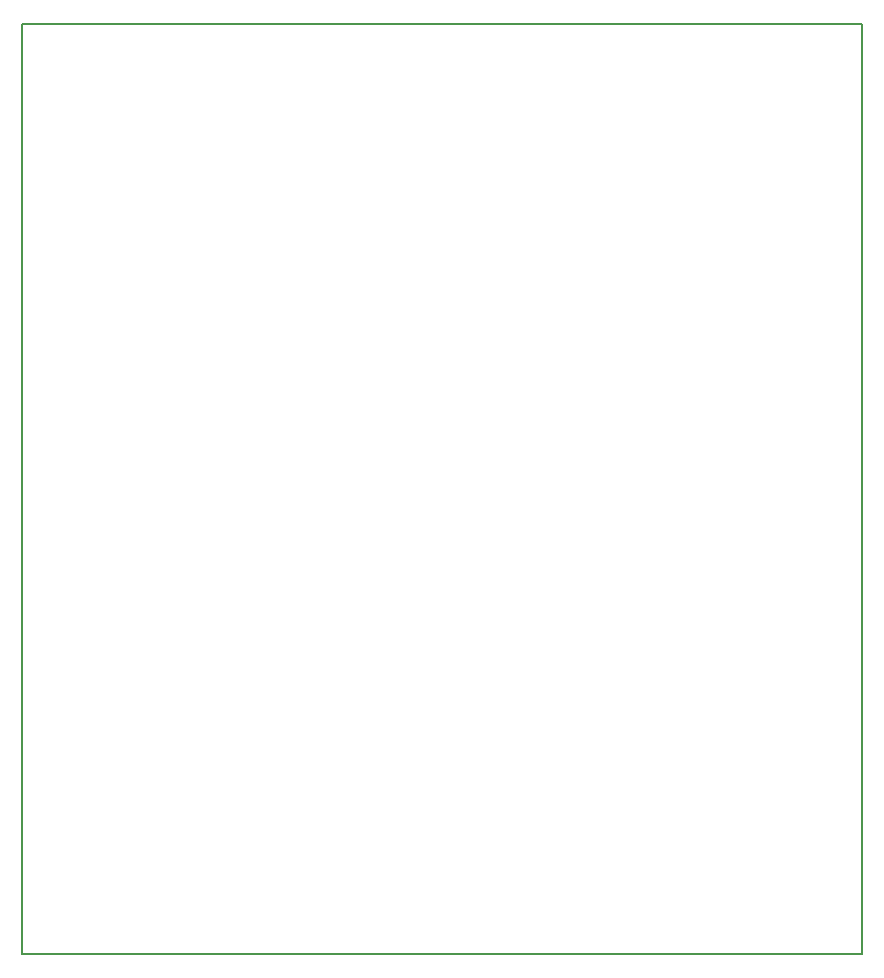
<source format=gm1>
G04 #@! TF.FileFunction,Profile,NP*
%FSLAX46Y46*%
G04 Gerber Fmt 4.6, Leading zero omitted, Abs format (unit mm)*
G04 Created by KiCad (PCBNEW 4.0.7-e2-6376~58~ubuntu16.04.1) date Wed Oct 11 22:45:29 2017*
%MOMM*%
%LPD*%
G01*
G04 APERTURE LIST*
%ADD10C,0.100000*%
%ADD11C,0.150000*%
G04 APERTURE END LIST*
D10*
D11*
X119380000Y-62230000D02*
X119380000Y-63500000D01*
X48260000Y-62230000D02*
X119380000Y-62230000D01*
X48260000Y-63500000D02*
X48260000Y-62230000D01*
X48260000Y-140970000D02*
X48260000Y-63500000D01*
X49530000Y-140970000D02*
X48260000Y-140970000D01*
X50800000Y-140970000D02*
X49530000Y-140970000D01*
X119380000Y-140970000D02*
X50800000Y-140970000D01*
X119380000Y-63500000D02*
X119380000Y-140970000D01*
M02*

</source>
